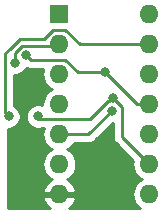
<source format=gbr>
G04 #@! TF.GenerationSoftware,KiCad,Pcbnew,(5.1.4)-1*
G04 #@! TF.CreationDate,2020-11-29T00:03:58+01:00*
G04 #@! TF.ProjectId,Delay Line,44656c61-7920-44c6-996e-652e6b696361,rev?*
G04 #@! TF.SameCoordinates,Original*
G04 #@! TF.FileFunction,Copper,L2,Bot*
G04 #@! TF.FilePolarity,Positive*
%FSLAX46Y46*%
G04 Gerber Fmt 4.6, Leading zero omitted, Abs format (unit mm)*
G04 Created by KiCad (PCBNEW (5.1.4)-1) date 2020-11-29 00:03:58*
%MOMM*%
%LPD*%
G04 APERTURE LIST*
%ADD10R,1.600000X1.600000*%
%ADD11O,1.600000X1.600000*%
%ADD12C,0.800000*%
%ADD13C,0.250000*%
%ADD14C,0.254000*%
G04 APERTURE END LIST*
D10*
X134493000Y-68783200D03*
D11*
X142113000Y-84023200D03*
X134493000Y-71323200D03*
X142113000Y-81483200D03*
X134493000Y-73863200D03*
X142113000Y-78943200D03*
X134493000Y-76403200D03*
X142113000Y-76403200D03*
X134493000Y-78943200D03*
X142113000Y-73863200D03*
X134493000Y-81483200D03*
X142113000Y-71323200D03*
X134493000Y-84023200D03*
X142113000Y-68783200D03*
D12*
X138947400Y-76935900D03*
X132672000Y-77415700D03*
X138987600Y-75835800D03*
X131689700Y-72260500D03*
X138322700Y-73686100D03*
X130738200Y-72864900D03*
X130187700Y-77420600D03*
D13*
X134493000Y-78943200D02*
X136940100Y-78943200D01*
X136940100Y-78943200D02*
X138947400Y-76935900D01*
X142113000Y-81483200D02*
X139772500Y-79142700D01*
X139772500Y-79142700D02*
X139772500Y-76594100D01*
X139772500Y-76594100D02*
X139289200Y-76110800D01*
X139289200Y-76110800D02*
X139262600Y-76110800D01*
X139262600Y-76110800D02*
X138987600Y-75835800D01*
X132672000Y-77415700D02*
X132884600Y-77628300D01*
X132884600Y-77628300D02*
X133985500Y-77628300D01*
X133985500Y-77628300D02*
X135000500Y-77628300D01*
X135000500Y-77628300D02*
X137088100Y-77628300D01*
X137088100Y-77628300D02*
X138605600Y-76110800D01*
X138605600Y-76110800D02*
X138712600Y-76110800D01*
X138712600Y-76110800D02*
X138987600Y-75835800D01*
X131689700Y-72260500D02*
X132067300Y-72638100D01*
X132067300Y-72638100D02*
X135000500Y-72638100D01*
X135000500Y-72638100D02*
X136048500Y-73686100D01*
X136048500Y-73686100D02*
X138322700Y-73686100D01*
X142113000Y-76403200D02*
X141039800Y-76403200D01*
X141039800Y-76403200D02*
X138322700Y-73686100D01*
X130738200Y-72864900D02*
X130738200Y-72045100D01*
X130738200Y-72045100D02*
X130864600Y-71918700D01*
X130864600Y-71918700D02*
X131347900Y-71435400D01*
X131347900Y-71435400D02*
X134380800Y-71435400D01*
X134380800Y-71435400D02*
X134493000Y-71323200D01*
X130187700Y-77420600D02*
X129913100Y-77146000D01*
X129913100Y-77146000D02*
X129913100Y-73206700D01*
X129913100Y-73206700D02*
X129913100Y-72523100D01*
X129913100Y-72523100D02*
X129913100Y-72092300D01*
X129913100Y-72092300D02*
X130314500Y-71690900D01*
X130314500Y-71690900D02*
X131120100Y-70885300D01*
X131120100Y-70885300D02*
X133198300Y-70885300D01*
X133198300Y-70885300D02*
X133985500Y-70098100D01*
X133985500Y-70098100D02*
X135000500Y-70098100D01*
X135000500Y-70098100D02*
X136225600Y-71323200D01*
X136225600Y-71323200D02*
X142113000Y-71323200D01*
D14*
G36*
X131775053Y-73343646D02*
G01*
X131918314Y-73387103D01*
X132029967Y-73398100D01*
X132029976Y-73398100D01*
X132067299Y-73401776D01*
X132104622Y-73398100D01*
X133134516Y-73398100D01*
X133078764Y-73581891D01*
X133051057Y-73863200D01*
X133078764Y-74144509D01*
X133160818Y-74415008D01*
X133294068Y-74664301D01*
X133473392Y-74882808D01*
X133691899Y-75062132D01*
X133824858Y-75133200D01*
X133691899Y-75204268D01*
X133473392Y-75383592D01*
X133294068Y-75602099D01*
X133160818Y-75851392D01*
X133078764Y-76121891D01*
X133051057Y-76403200D01*
X133056113Y-76454529D01*
X132973898Y-76420474D01*
X132773939Y-76380700D01*
X132570061Y-76380700D01*
X132370102Y-76420474D01*
X132181744Y-76498495D01*
X132012226Y-76611763D01*
X131868063Y-76755926D01*
X131754795Y-76925444D01*
X131676774Y-77113802D01*
X131637000Y-77313761D01*
X131637000Y-77517639D01*
X131676774Y-77717598D01*
X131754795Y-77905956D01*
X131868063Y-78075474D01*
X132012226Y-78219637D01*
X132181744Y-78332905D01*
X132370102Y-78410926D01*
X132570061Y-78450700D01*
X132773939Y-78450700D01*
X132973898Y-78410926D01*
X133028522Y-78388300D01*
X133162471Y-78388300D01*
X133160818Y-78391392D01*
X133078764Y-78661891D01*
X133051057Y-78943200D01*
X133078764Y-79224509D01*
X133160818Y-79495008D01*
X133294068Y-79744301D01*
X133473392Y-79962808D01*
X133691899Y-80142132D01*
X133824858Y-80213200D01*
X133691899Y-80284268D01*
X133473392Y-80463592D01*
X133294068Y-80682099D01*
X133160818Y-80931392D01*
X133078764Y-81201891D01*
X133051057Y-81483200D01*
X133078764Y-81764509D01*
X133160818Y-82035008D01*
X133294068Y-82284301D01*
X133473392Y-82502808D01*
X133691899Y-82682132D01*
X133829682Y-82755779D01*
X133637869Y-82870815D01*
X133429481Y-83059786D01*
X133261963Y-83285780D01*
X133141754Y-83540113D01*
X133101096Y-83674161D01*
X133223085Y-83896200D01*
X134366000Y-83896200D01*
X134366000Y-83876200D01*
X134620000Y-83876200D01*
X134620000Y-83896200D01*
X135762915Y-83896200D01*
X135884904Y-83674161D01*
X135844246Y-83540113D01*
X135724037Y-83285780D01*
X135556519Y-83059786D01*
X135348131Y-82870815D01*
X135156318Y-82755779D01*
X135294101Y-82682132D01*
X135512608Y-82502808D01*
X135691932Y-82284301D01*
X135825182Y-82035008D01*
X135907236Y-81764509D01*
X135934943Y-81483200D01*
X135907236Y-81201891D01*
X135825182Y-80931392D01*
X135691932Y-80682099D01*
X135512608Y-80463592D01*
X135294101Y-80284268D01*
X135161142Y-80213200D01*
X135294101Y-80142132D01*
X135512608Y-79962808D01*
X135691932Y-79744301D01*
X135713901Y-79703200D01*
X136902778Y-79703200D01*
X136940100Y-79706876D01*
X136977422Y-79703200D01*
X136977433Y-79703200D01*
X137089086Y-79692203D01*
X137232347Y-79648746D01*
X137364376Y-79578174D01*
X137480101Y-79483201D01*
X137503904Y-79454197D01*
X138987202Y-77970900D01*
X139012500Y-77970900D01*
X139012500Y-79105377D01*
X139008824Y-79142700D01*
X139012500Y-79180022D01*
X139012500Y-79180032D01*
X139023497Y-79291685D01*
X139046488Y-79367476D01*
X139066954Y-79434946D01*
X139137526Y-79566976D01*
X139177371Y-79615526D01*
X139232499Y-79682701D01*
X139261503Y-79706504D01*
X140712292Y-81157294D01*
X140698764Y-81201891D01*
X140671057Y-81483200D01*
X140698764Y-81764509D01*
X140780818Y-82035008D01*
X140914068Y-82284301D01*
X141093392Y-82502808D01*
X141311899Y-82682132D01*
X141444858Y-82753200D01*
X141311899Y-82824268D01*
X141093392Y-83003592D01*
X140914068Y-83222099D01*
X140780818Y-83471392D01*
X140698764Y-83741891D01*
X140671057Y-84023200D01*
X140698764Y-84304509D01*
X140780818Y-84575008D01*
X140914068Y-84824301D01*
X141093392Y-85042808D01*
X141290658Y-85204700D01*
X135299584Y-85204700D01*
X135348131Y-85175585D01*
X135556519Y-84986614D01*
X135724037Y-84760620D01*
X135844246Y-84506287D01*
X135884904Y-84372239D01*
X135762915Y-84150200D01*
X134620000Y-84150200D01*
X134620000Y-84170200D01*
X134366000Y-84170200D01*
X134366000Y-84150200D01*
X133223085Y-84150200D01*
X133101096Y-84372239D01*
X133141754Y-84506287D01*
X133261963Y-84760620D01*
X133429481Y-84986614D01*
X133637869Y-85175585D01*
X133686416Y-85204700D01*
X130136059Y-85204700D01*
X130131550Y-78455600D01*
X130289639Y-78455600D01*
X130489598Y-78415826D01*
X130677956Y-78337805D01*
X130847474Y-78224537D01*
X130991637Y-78080374D01*
X131104905Y-77910856D01*
X131182926Y-77722498D01*
X131222700Y-77522539D01*
X131222700Y-77318661D01*
X131182926Y-77118702D01*
X131104905Y-76930344D01*
X130991637Y-76760826D01*
X130847474Y-76616663D01*
X130677956Y-76503395D01*
X130673100Y-76501384D01*
X130673100Y-73899900D01*
X130840139Y-73899900D01*
X131040098Y-73860126D01*
X131228456Y-73782105D01*
X131397974Y-73668837D01*
X131542137Y-73524674D01*
X131655405Y-73355156D01*
X131680116Y-73295500D01*
X131684979Y-73295500D01*
X131775053Y-73343646D01*
X131775053Y-73343646D01*
G37*
X131775053Y-73343646D02*
X131918314Y-73387103D01*
X132029967Y-73398100D01*
X132029976Y-73398100D01*
X132067299Y-73401776D01*
X132104622Y-73398100D01*
X133134516Y-73398100D01*
X133078764Y-73581891D01*
X133051057Y-73863200D01*
X133078764Y-74144509D01*
X133160818Y-74415008D01*
X133294068Y-74664301D01*
X133473392Y-74882808D01*
X133691899Y-75062132D01*
X133824858Y-75133200D01*
X133691899Y-75204268D01*
X133473392Y-75383592D01*
X133294068Y-75602099D01*
X133160818Y-75851392D01*
X133078764Y-76121891D01*
X133051057Y-76403200D01*
X133056113Y-76454529D01*
X132973898Y-76420474D01*
X132773939Y-76380700D01*
X132570061Y-76380700D01*
X132370102Y-76420474D01*
X132181744Y-76498495D01*
X132012226Y-76611763D01*
X131868063Y-76755926D01*
X131754795Y-76925444D01*
X131676774Y-77113802D01*
X131637000Y-77313761D01*
X131637000Y-77517639D01*
X131676774Y-77717598D01*
X131754795Y-77905956D01*
X131868063Y-78075474D01*
X132012226Y-78219637D01*
X132181744Y-78332905D01*
X132370102Y-78410926D01*
X132570061Y-78450700D01*
X132773939Y-78450700D01*
X132973898Y-78410926D01*
X133028522Y-78388300D01*
X133162471Y-78388300D01*
X133160818Y-78391392D01*
X133078764Y-78661891D01*
X133051057Y-78943200D01*
X133078764Y-79224509D01*
X133160818Y-79495008D01*
X133294068Y-79744301D01*
X133473392Y-79962808D01*
X133691899Y-80142132D01*
X133824858Y-80213200D01*
X133691899Y-80284268D01*
X133473392Y-80463592D01*
X133294068Y-80682099D01*
X133160818Y-80931392D01*
X133078764Y-81201891D01*
X133051057Y-81483200D01*
X133078764Y-81764509D01*
X133160818Y-82035008D01*
X133294068Y-82284301D01*
X133473392Y-82502808D01*
X133691899Y-82682132D01*
X133829682Y-82755779D01*
X133637869Y-82870815D01*
X133429481Y-83059786D01*
X133261963Y-83285780D01*
X133141754Y-83540113D01*
X133101096Y-83674161D01*
X133223085Y-83896200D01*
X134366000Y-83896200D01*
X134366000Y-83876200D01*
X134620000Y-83876200D01*
X134620000Y-83896200D01*
X135762915Y-83896200D01*
X135884904Y-83674161D01*
X135844246Y-83540113D01*
X135724037Y-83285780D01*
X135556519Y-83059786D01*
X135348131Y-82870815D01*
X135156318Y-82755779D01*
X135294101Y-82682132D01*
X135512608Y-82502808D01*
X135691932Y-82284301D01*
X135825182Y-82035008D01*
X135907236Y-81764509D01*
X135934943Y-81483200D01*
X135907236Y-81201891D01*
X135825182Y-80931392D01*
X135691932Y-80682099D01*
X135512608Y-80463592D01*
X135294101Y-80284268D01*
X135161142Y-80213200D01*
X135294101Y-80142132D01*
X135512608Y-79962808D01*
X135691932Y-79744301D01*
X135713901Y-79703200D01*
X136902778Y-79703200D01*
X136940100Y-79706876D01*
X136977422Y-79703200D01*
X136977433Y-79703200D01*
X137089086Y-79692203D01*
X137232347Y-79648746D01*
X137364376Y-79578174D01*
X137480101Y-79483201D01*
X137503904Y-79454197D01*
X138987202Y-77970900D01*
X139012500Y-77970900D01*
X139012500Y-79105377D01*
X139008824Y-79142700D01*
X139012500Y-79180022D01*
X139012500Y-79180032D01*
X139023497Y-79291685D01*
X139046488Y-79367476D01*
X139066954Y-79434946D01*
X139137526Y-79566976D01*
X139177371Y-79615526D01*
X139232499Y-79682701D01*
X139261503Y-79706504D01*
X140712292Y-81157294D01*
X140698764Y-81201891D01*
X140671057Y-81483200D01*
X140698764Y-81764509D01*
X140780818Y-82035008D01*
X140914068Y-82284301D01*
X141093392Y-82502808D01*
X141311899Y-82682132D01*
X141444858Y-82753200D01*
X141311899Y-82824268D01*
X141093392Y-83003592D01*
X140914068Y-83222099D01*
X140780818Y-83471392D01*
X140698764Y-83741891D01*
X140671057Y-84023200D01*
X140698764Y-84304509D01*
X140780818Y-84575008D01*
X140914068Y-84824301D01*
X141093392Y-85042808D01*
X141290658Y-85204700D01*
X135299584Y-85204700D01*
X135348131Y-85175585D01*
X135556519Y-84986614D01*
X135724037Y-84760620D01*
X135844246Y-84506287D01*
X135884904Y-84372239D01*
X135762915Y-84150200D01*
X134620000Y-84150200D01*
X134620000Y-84170200D01*
X134366000Y-84170200D01*
X134366000Y-84150200D01*
X133223085Y-84150200D01*
X133101096Y-84372239D01*
X133141754Y-84506287D01*
X133261963Y-84760620D01*
X133429481Y-84986614D01*
X133637869Y-85175585D01*
X133686416Y-85204700D01*
X130136059Y-85204700D01*
X130131550Y-78455600D01*
X130289639Y-78455600D01*
X130489598Y-78415826D01*
X130677956Y-78337805D01*
X130847474Y-78224537D01*
X130991637Y-78080374D01*
X131104905Y-77910856D01*
X131182926Y-77722498D01*
X131222700Y-77522539D01*
X131222700Y-77318661D01*
X131182926Y-77118702D01*
X131104905Y-76930344D01*
X130991637Y-76760826D01*
X130847474Y-76616663D01*
X130677956Y-76503395D01*
X130673100Y-76501384D01*
X130673100Y-73899900D01*
X130840139Y-73899900D01*
X131040098Y-73860126D01*
X131228456Y-73782105D01*
X131397974Y-73668837D01*
X131542137Y-73524674D01*
X131655405Y-73355156D01*
X131680116Y-73295500D01*
X131684979Y-73295500D01*
X131775053Y-73343646D01*
M02*

</source>
